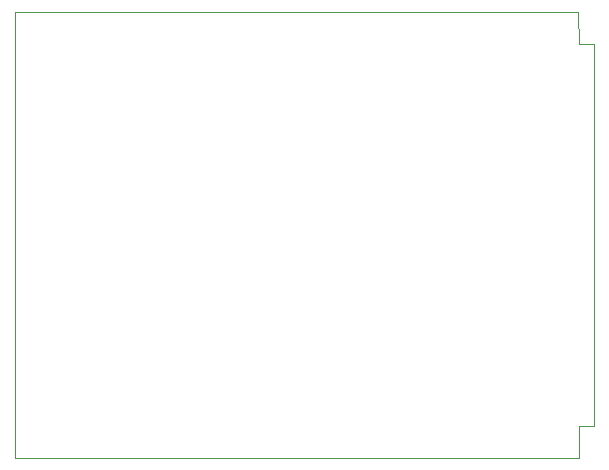
<source format=gbr>
%TF.GenerationSoftware,KiCad,Pcbnew,(6.0.8)*%
%TF.CreationDate,2022-10-31T19:22:45+01:00*%
%TF.ProjectId,stm_v3,73746d5f-7633-42e6-9b69-6361645f7063,rev?*%
%TF.SameCoordinates,Original*%
%TF.FileFunction,Profile,NP*%
%FSLAX46Y46*%
G04 Gerber Fmt 4.6, Leading zero omitted, Abs format (unit mm)*
G04 Created by KiCad (PCBNEW (6.0.8)) date 2022-10-31 19:22:45*
%MOMM*%
%LPD*%
G01*
G04 APERTURE LIST*
%TA.AperFunction,Profile*%
%ADD10C,0.100000*%
%TD*%
G04 APERTURE END LIST*
D10*
X183300000Y-102470000D02*
X184600000Y-102470000D01*
X183300000Y-105170000D02*
X135590000Y-105170000D01*
X184600000Y-70080000D02*
X184600000Y-102470000D01*
X183290000Y-67370000D02*
X183300000Y-70080000D01*
X183300000Y-102470000D02*
X183300000Y-105170000D01*
X183300000Y-70080000D02*
X184600000Y-70080000D01*
X135600000Y-67370000D02*
X183290000Y-67370000D01*
X135590000Y-105170000D02*
X135600000Y-67370000D01*
M02*

</source>
